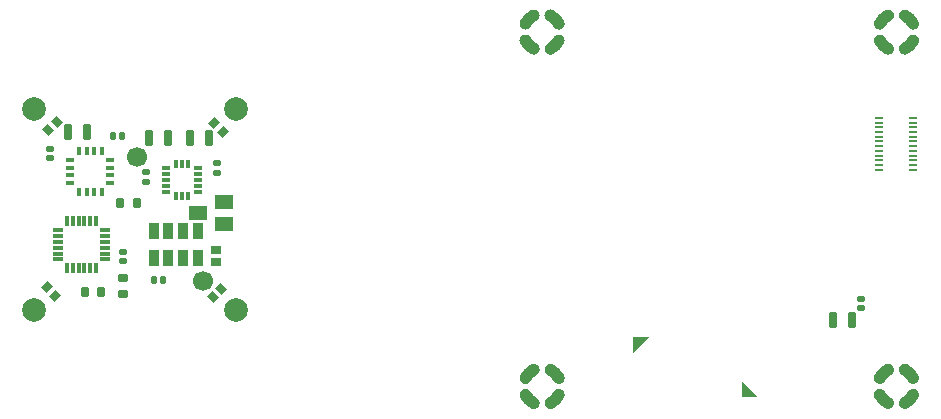
<source format=gts>
G04 Layer_Color=8388736*
%FSAX42Y42*%
%MOMM*%
G71*
G01*
G75*
G04:AMPARAMS|DCode=18|XSize=0.51mm|YSize=0.61mm|CornerRadius=0.13mm|HoleSize=0mm|Usage=FLASHONLY|Rotation=90.000|XOffset=0mm|YOffset=0mm|HoleType=Round|Shape=RoundedRectangle|*
%AMROUNDEDRECTD18*
21,1,0.51,0.36,0,0,90.0*
21,1,0.25,0.61,0,0,90.0*
1,1,0.25,0.18,0.13*
1,1,0.25,0.18,-0.13*
1,1,0.25,-0.18,-0.13*
1,1,0.25,-0.18,0.13*
%
%ADD18ROUNDEDRECTD18*%
G04:AMPARAMS|DCode=19|XSize=0.61mm|YSize=0.91mm|CornerRadius=0.15mm|HoleSize=0mm|Usage=FLASHONLY|Rotation=270.000|XOffset=0mm|YOffset=0mm|HoleType=Round|Shape=RoundedRectangle|*
%AMROUNDEDRECTD19*
21,1,0.61,0.61,0,0,270.0*
21,1,0.30,0.91,0,0,270.0*
1,1,0.30,-0.30,-0.15*
1,1,0.30,-0.30,0.15*
1,1,0.30,0.30,0.15*
1,1,0.30,0.30,-0.15*
%
%ADD19ROUNDEDRECTD19*%
G04:AMPARAMS|DCode=20|XSize=0.61mm|YSize=0.91mm|CornerRadius=0.15mm|HoleSize=0mm|Usage=FLASHONLY|Rotation=0.000|XOffset=0mm|YOffset=0mm|HoleType=Round|Shape=RoundedRectangle|*
%AMROUNDEDRECTD20*
21,1,0.61,0.61,0,0,0.0*
21,1,0.30,0.91,0,0,0.0*
1,1,0.30,0.15,-0.30*
1,1,0.30,-0.15,-0.30*
1,1,0.30,-0.15,0.30*
1,1,0.30,0.15,0.30*
%
%ADD20ROUNDEDRECTD20*%
G04:AMPARAMS|DCode=21|XSize=0.71mm|YSize=1.32mm|CornerRadius=0.18mm|HoleSize=0mm|Usage=FLASHONLY|Rotation=180.000|XOffset=0mm|YOffset=0mm|HoleType=Round|Shape=RoundedRectangle|*
%AMROUNDEDRECTD21*
21,1,0.71,0.97,0,0,180.0*
21,1,0.36,1.32,0,0,180.0*
1,1,0.36,-0.18,0.48*
1,1,0.36,0.18,0.48*
1,1,0.36,0.18,-0.48*
1,1,0.36,-0.18,-0.48*
%
%ADD21ROUNDEDRECTD21*%
G04:AMPARAMS|DCode=22|XSize=0.51mm|YSize=0.61mm|CornerRadius=0.13mm|HoleSize=0mm|Usage=FLASHONLY|Rotation=0.000|XOffset=0mm|YOffset=0mm|HoleType=Round|Shape=RoundedRectangle|*
%AMROUNDEDRECTD22*
21,1,0.51,0.36,0,0,0.0*
21,1,0.25,0.61,0,0,0.0*
1,1,0.25,0.13,-0.18*
1,1,0.25,-0.13,-0.18*
1,1,0.25,-0.13,0.18*
1,1,0.25,0.13,0.18*
%
%ADD22ROUNDEDRECTD22*%
%ADD23R,0.70X0.20*%
%ADD24R,0.66X0.30*%
%ADD25R,0.30X0.66*%
%ADD30C,1.00*%
%ADD50R,0.95X0.44*%
%ADD51R,0.44X0.95*%
%ADD52R,1.63X1.22*%
%ADD53R,0.81X0.71*%
G04:AMPARAMS|DCode=54|XSize=0.71mm|YSize=0.81mm|CornerRadius=0mm|HoleSize=0mm|Usage=FLASHONLY|Rotation=225.000|XOffset=0mm|YOffset=0mm|HoleType=Round|Shape=Rectangle|*
%AMROTATEDRECTD54*
4,1,4,-0.04,0.54,0.54,-0.04,0.04,-0.54,-0.54,0.04,-0.04,0.54,0.0*
%
%ADD54ROTATEDRECTD54*%

G04:AMPARAMS|DCode=55|XSize=0.71mm|YSize=0.81mm|CornerRadius=0mm|HoleSize=0mm|Usage=FLASHONLY|Rotation=315.000|XOffset=0mm|YOffset=0mm|HoleType=Round|Shape=Rectangle|*
%AMROTATEDRECTD55*
4,1,4,-0.54,-0.04,0.04,0.54,0.54,0.04,-0.04,-0.54,-0.54,-0.04,0.0*
%
%ADD55ROTATEDRECTD55*%

%ADD56R,0.81X1.32*%
%ADD57C,2.00*%
%ADD58C,0.10*%
%ADD59C,1.70*%
G36*
X012031Y004913D02*
X011896D01*
Y005048D01*
X012031Y004913D01*
D02*
G37*
G36*
X010970Y005287D02*
Y005422D01*
X011104D01*
X010970Y005287D01*
D02*
G37*
D18*
X006650Y006140D02*
D03*
Y006060D02*
D03*
X006850Y006732D02*
D03*
Y006812D02*
D03*
X007450Y006810D02*
D03*
Y006890D02*
D03*
X006035Y007014D02*
D03*
Y006934D02*
D03*
X012900Y005740D02*
D03*
Y005660D02*
D03*
D19*
X006650Y005780D02*
D03*
Y005920D02*
D03*
D20*
X006466Y005796D02*
D03*
X006326D02*
D03*
X006770Y006550D02*
D03*
X006630D02*
D03*
D21*
X007380Y007100D02*
D03*
X007220D02*
D03*
X006344Y007153D02*
D03*
X006184D02*
D03*
X012826Y005560D02*
D03*
X012666D02*
D03*
X007030Y007100D02*
D03*
X006870D02*
D03*
D22*
X006644Y007117D02*
D03*
X006564D02*
D03*
X006990Y005900D02*
D03*
X006910D02*
D03*
D23*
X013056Y007274D02*
D03*
Y006834D02*
D03*
X013344Y007274D02*
D03*
Y006834D02*
D03*
Y006874D02*
D03*
Y006914D02*
D03*
Y006954D02*
D03*
Y006994D02*
D03*
Y007034D02*
D03*
X013056Y006874D02*
D03*
Y006914D02*
D03*
Y006954D02*
D03*
Y006994D02*
D03*
Y007034D02*
D03*
Y007234D02*
D03*
Y007194D02*
D03*
Y007154D02*
D03*
Y007114D02*
D03*
Y007074D02*
D03*
X013344Y007234D02*
D03*
Y007194D02*
D03*
Y007154D02*
D03*
Y007114D02*
D03*
Y007074D02*
D03*
D24*
X006205Y006917D02*
D03*
Y006852D02*
D03*
Y006787D02*
D03*
Y006722D02*
D03*
X006545D02*
D03*
Y006787D02*
D03*
Y006852D02*
D03*
Y006917D02*
D03*
X007287Y006852D02*
D03*
Y006801D02*
D03*
Y006750D02*
D03*
Y006700D02*
D03*
Y006650D02*
D03*
X007013D02*
D03*
Y006700D02*
D03*
Y006750D02*
D03*
Y006801D02*
D03*
Y006852D02*
D03*
D25*
X006278Y006650D02*
D03*
X006343D02*
D03*
X006408D02*
D03*
X006473D02*
D03*
Y006990D02*
D03*
X006408D02*
D03*
X006343D02*
D03*
X006278D02*
D03*
X007100Y006887D02*
D03*
X007150D02*
D03*
X007201D02*
D03*
Y006613D02*
D03*
X007150D02*
D03*
X007100D02*
D03*
D30*
X013059Y007929D02*
G03*
X013129Y007859I000141J000071D01*
G01*
X013271D02*
G03*
X013341Y007929I-000071J000141D01*
G01*
Y008071D02*
G03*
X013271Y008141I-000141J-000071D01*
G01*
X013129D02*
G03*
X013059Y008071I000071J-000141D01*
G01*
X010129Y005141D02*
G03*
X010059Y005071I000071J-000141D01*
G01*
X010341D02*
G03*
X010271Y005141I-000141J-000071D01*
G01*
Y004859D02*
G03*
X010341Y004929I-000071J000141D01*
G01*
X010059D02*
G03*
X010129Y004859I000141J000071D01*
G01*
X010059Y007929D02*
G03*
X010129Y007859I000141J000071D01*
G01*
X010271D02*
G03*
X010341Y007929I-000071J000141D01*
G01*
Y008071D02*
G03*
X010271Y008141I-000141J-000071D01*
G01*
X010129D02*
G03*
X010059Y008071I000071J-000141D01*
G01*
X013129Y005141D02*
G03*
X013059Y005071I000071J-000141D01*
G01*
X013341D02*
G03*
X013271Y005141I-000141J-000071D01*
G01*
Y004859D02*
G03*
X013341Y004929I-000071J000141D01*
G01*
X013059D02*
G03*
X013129Y004859I000141J000071D01*
G01*
D50*
X006100Y006327D02*
D03*
Y006276D02*
D03*
Y006225D02*
D03*
Y006175D02*
D03*
Y006125D02*
D03*
Y006075D02*
D03*
X006501D02*
D03*
Y006125D02*
D03*
Y006175D02*
D03*
Y006225D02*
D03*
Y006276D02*
D03*
Y006327D02*
D03*
D51*
X006175Y006000D02*
D03*
X006225D02*
D03*
X006275D02*
D03*
X006325D02*
D03*
X006376D02*
D03*
X006427D02*
D03*
Y006401D02*
D03*
X006376D02*
D03*
X006325D02*
D03*
X006275D02*
D03*
X006225D02*
D03*
X006175D02*
D03*
D52*
X007286Y006467D02*
D03*
X007508Y006563D02*
D03*
Y006372D02*
D03*
D53*
X007442Y006154D02*
D03*
Y006053D02*
D03*
D54*
X007482Y005827D02*
D03*
X007411Y005756D02*
D03*
X006019Y007172D02*
D03*
X006090Y007243D02*
D03*
D55*
X007423Y007230D02*
D03*
X007494Y007158D02*
D03*
X006078Y005768D02*
D03*
X006007Y005840D02*
D03*
D56*
X006912Y006090D02*
D03*
X007036D02*
D03*
X007162D02*
D03*
X007288D02*
D03*
Y006312D02*
D03*
X007162D02*
D03*
X007036D02*
D03*
X006912D02*
D03*
D57*
X005900Y007350D02*
D03*
X007606Y007349D02*
D03*
Y005650D02*
D03*
X005900Y005651D02*
D03*
D58*
X013200Y008000D02*
D03*
X010200Y005000D02*
D03*
Y008000D02*
D03*
X013200Y005000D02*
D03*
D59*
X007325Y005893D02*
D03*
X006767Y006942D02*
D03*
M02*

</source>
